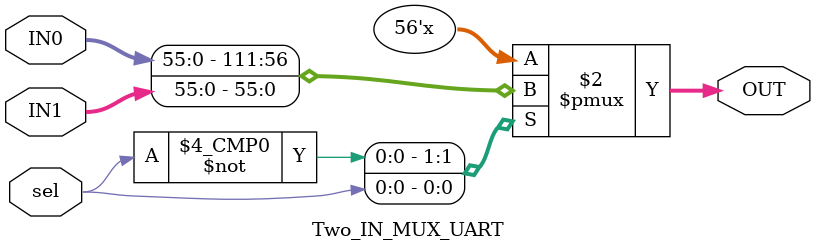
<source format=v>
module Two_IN_MUX_UART #(parameter width =56) (
    input wire  [width-1:0]  IN0,
    input wire  [width-1:0]  IN1,
    input wire               sel,
    output reg  [width-1:0]  OUT
);

always @(*) 
 begin

    case (sel)
        1'b0: OUT = IN0;
        1'b1: OUT = IN1;
        default: OUT = 'd0; 
    endcase   
end
    
endmodule
</source>
